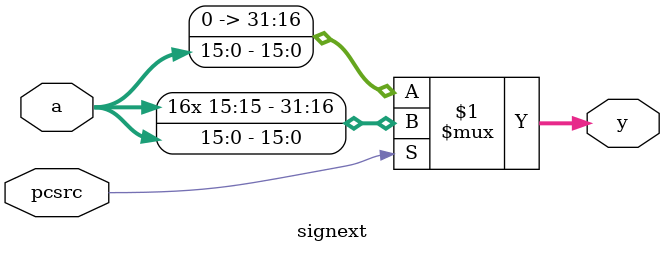
<source format=sv>
`timescale 1ns / 1ps


module signext(
    input wire pcsrc,
	input wire[15:0] a,
	output wire[31:0] y
    );

	assign y = pcsrc ? {{16{a[15]}},a}:{{16{1'b0}},a};
endmodule

</source>
